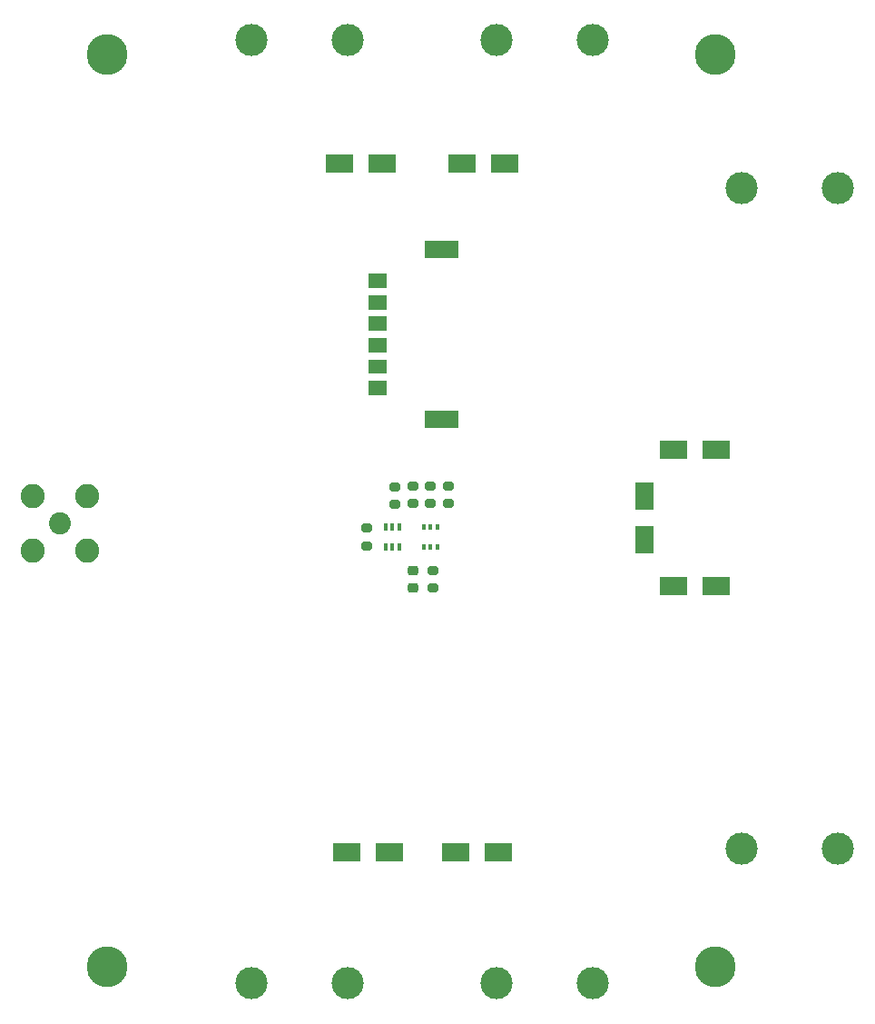
<source format=gts>
%TF.GenerationSoftware,KiCad,Pcbnew,(6.0.5)*%
%TF.CreationDate,2022-07-09T16:09:43-07:00*%
%TF.ProjectId,solar-panel-side-Z-minus,736f6c61-722d-4706-916e-656c2d736964,rev?*%
%TF.SameCoordinates,Original*%
%TF.FileFunction,Soldermask,Top*%
%TF.FilePolarity,Negative*%
%FSLAX46Y46*%
G04 Gerber Fmt 4.6, Leading zero omitted, Abs format (unit mm)*
G04 Created by KiCad (PCBNEW (6.0.5)) date 2022-07-09 16:09:43*
%MOMM*%
%LPD*%
G01*
G04 APERTURE LIST*
G04 Aperture macros list*
%AMRoundRect*
0 Rectangle with rounded corners*
0 $1 Rounding radius*
0 $2 $3 $4 $5 $6 $7 $8 $9 X,Y pos of 4 corners*
0 Add a 4 corners polygon primitive as box body*
4,1,4,$2,$3,$4,$5,$6,$7,$8,$9,$2,$3,0*
0 Add four circle primitives for the rounded corners*
1,1,$1+$1,$2,$3*
1,1,$1+$1,$4,$5*
1,1,$1+$1,$6,$7*
1,1,$1+$1,$8,$9*
0 Add four rect primitives between the rounded corners*
20,1,$1+$1,$2,$3,$4,$5,0*
20,1,$1+$1,$4,$5,$6,$7,0*
20,1,$1+$1,$6,$7,$8,$9,0*
20,1,$1+$1,$8,$9,$2,$3,0*%
G04 Aperture macros list end*
%ADD10C,0.010000*%
%ADD11R,2.500000X1.700000*%
%ADD12R,1.700000X2.500000*%
%ADD13C,2.050000*%
%ADD14C,2.250000*%
%ADD15C,2.600000*%
%ADD16C,3.800000*%
%ADD17RoundRect,0.200000X0.275000X-0.200000X0.275000X0.200000X-0.275000X0.200000X-0.275000X-0.200000X0*%
%ADD18RoundRect,0.200000X-0.275000X0.200000X-0.275000X-0.200000X0.275000X-0.200000X0.275000X0.200000X0*%
%ADD19R,0.400000X0.600000*%
%ADD20RoundRect,0.225000X-0.250000X0.225000X-0.250000X-0.225000X0.250000X-0.225000X0.250000X0.225000X0*%
%ADD21R,0.400000X0.650000*%
%ADD22C,3.000000*%
G04 APERTURE END LIST*
G36*
X146476200Y-77731200D02*
G01*
X144873800Y-77731200D01*
X144873800Y-76478800D01*
X146476200Y-76478800D01*
X146476200Y-77731200D01*
G37*
D10*
X146476200Y-77731200D02*
X144873800Y-77731200D01*
X144873800Y-76478800D01*
X146476200Y-76478800D01*
X146476200Y-77731200D01*
G36*
X153176200Y-70961200D02*
G01*
X150123800Y-70961200D01*
X150123800Y-69458800D01*
X153176200Y-69458800D01*
X153176200Y-70961200D01*
G37*
X153176200Y-70961200D02*
X150123800Y-70961200D01*
X150123800Y-69458800D01*
X153176200Y-69458800D01*
X153176200Y-70961200D01*
G36*
X153176200Y-86751200D02*
G01*
X150123800Y-86751200D01*
X150123800Y-85248800D01*
X153176200Y-85248800D01*
X153176200Y-86751200D01*
G37*
X153176200Y-86751200D02*
X150123800Y-86751200D01*
X150123800Y-85248800D01*
X153176200Y-85248800D01*
X153176200Y-86751200D01*
G36*
X146476200Y-79731200D02*
G01*
X144873800Y-79731200D01*
X144873800Y-78478800D01*
X146476200Y-78478800D01*
X146476200Y-79731200D01*
G37*
X146476200Y-79731200D02*
X144873800Y-79731200D01*
X144873800Y-78478800D01*
X146476200Y-78478800D01*
X146476200Y-79731200D01*
G36*
X146476200Y-83731200D02*
G01*
X144873800Y-83731200D01*
X144873800Y-82478800D01*
X146476200Y-82478800D01*
X146476200Y-83731200D01*
G37*
X146476200Y-83731200D02*
X144873800Y-83731200D01*
X144873800Y-82478800D01*
X146476200Y-82478800D01*
X146476200Y-83731200D01*
G36*
X146476200Y-73731200D02*
G01*
X144873800Y-73731200D01*
X144873800Y-72478800D01*
X146476200Y-72478800D01*
X146476200Y-73731200D01*
G37*
X146476200Y-73731200D02*
X144873800Y-73731200D01*
X144873800Y-72478800D01*
X146476200Y-72478800D01*
X146476200Y-73731200D01*
G36*
X146476200Y-81731200D02*
G01*
X144873800Y-81731200D01*
X144873800Y-80478800D01*
X146476200Y-80478800D01*
X146476200Y-81731200D01*
G37*
X146476200Y-81731200D02*
X144873800Y-81731200D01*
X144873800Y-80478800D01*
X146476200Y-80478800D01*
X146476200Y-81731200D01*
G36*
X146476200Y-75731200D02*
G01*
X144873800Y-75731200D01*
X144873800Y-74478800D01*
X146476200Y-74478800D01*
X146476200Y-75731200D01*
G37*
X146476200Y-75731200D02*
X144873800Y-75731200D01*
X144873800Y-74478800D01*
X146476200Y-74478800D01*
X146476200Y-75731200D01*
D11*
X173260000Y-101600000D03*
X177260000Y-101600000D03*
X157575000Y-62230000D03*
X153575000Y-62230000D03*
D12*
X170561000Y-93250000D03*
X170561000Y-97250000D03*
D13*
X116078000Y-95758000D03*
D14*
X118618000Y-98298000D03*
X113538000Y-93218000D03*
X118618000Y-93218000D03*
X113538000Y-98298000D03*
D11*
X142780000Y-126365000D03*
X146780000Y-126365000D03*
X177260000Y-88900000D03*
X173260000Y-88900000D03*
X152940000Y-126365000D03*
X156940000Y-126365000D03*
X146145000Y-62230000D03*
X142145000Y-62230000D03*
D15*
X120490000Y-137070000D03*
D16*
X120490000Y-137070000D03*
D15*
X177164000Y-52070000D03*
D16*
X177164000Y-52070000D03*
D15*
X177164000Y-137070000D03*
D16*
X177164000Y-137070000D03*
X120490000Y-52070000D03*
D15*
X120490000Y-52070000D03*
D17*
X150876000Y-101790000D03*
X150876000Y-100140000D03*
D18*
X152273000Y-92266000D03*
X152273000Y-93916000D03*
D17*
X147320000Y-93979000D03*
X147320000Y-92329000D03*
D19*
X151272000Y-96078000D03*
X150622000Y-96078000D03*
X149972000Y-96078000D03*
X149972000Y-97978000D03*
X150622000Y-97978000D03*
X151272000Y-97978000D03*
D17*
X144653000Y-97853000D03*
X144653000Y-96203000D03*
D18*
X148971000Y-92266000D03*
X148971000Y-93916000D03*
X150622000Y-92266000D03*
X150622000Y-93916000D03*
D20*
X148971000Y-100190000D03*
X148971000Y-101740000D03*
D21*
X147716000Y-96078000D03*
X147066000Y-96078000D03*
X146416000Y-96078000D03*
X146416000Y-97978000D03*
X147066000Y-97978000D03*
X147716000Y-97978000D03*
D22*
X133930000Y-138630000D03*
X142930000Y-138630000D03*
X188650000Y-64470000D03*
X179650000Y-64470000D03*
X142930000Y-50700000D03*
X133930000Y-50700000D03*
X156790000Y-138630000D03*
X165790000Y-138630000D03*
X165790000Y-50700000D03*
X156790000Y-50700000D03*
X179650000Y-126030000D03*
X188650000Y-126030000D03*
M02*

</source>
